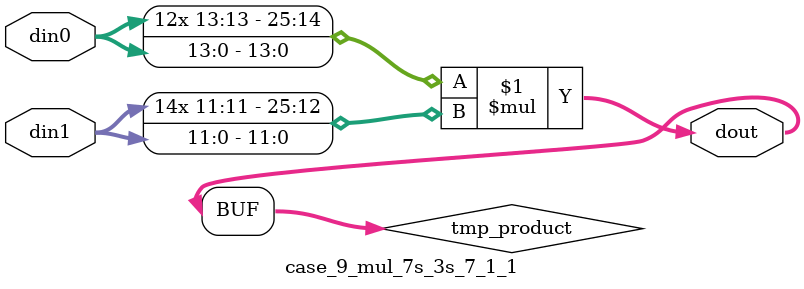
<source format=v>

`timescale 1 ns / 1 ps

 module case_9_mul_7s_3s_7_1_1(din0, din1, dout);
parameter ID = 1;
parameter NUM_STAGE = 0;
parameter din0_WIDTH = 14;
parameter din1_WIDTH = 12;
parameter dout_WIDTH = 26;

input [din0_WIDTH - 1 : 0] din0; 
input [din1_WIDTH - 1 : 0] din1; 
output [dout_WIDTH - 1 : 0] dout;

wire signed [dout_WIDTH - 1 : 0] tmp_product;



























assign tmp_product = $signed(din0) * $signed(din1);








assign dout = tmp_product;





















endmodule

</source>
